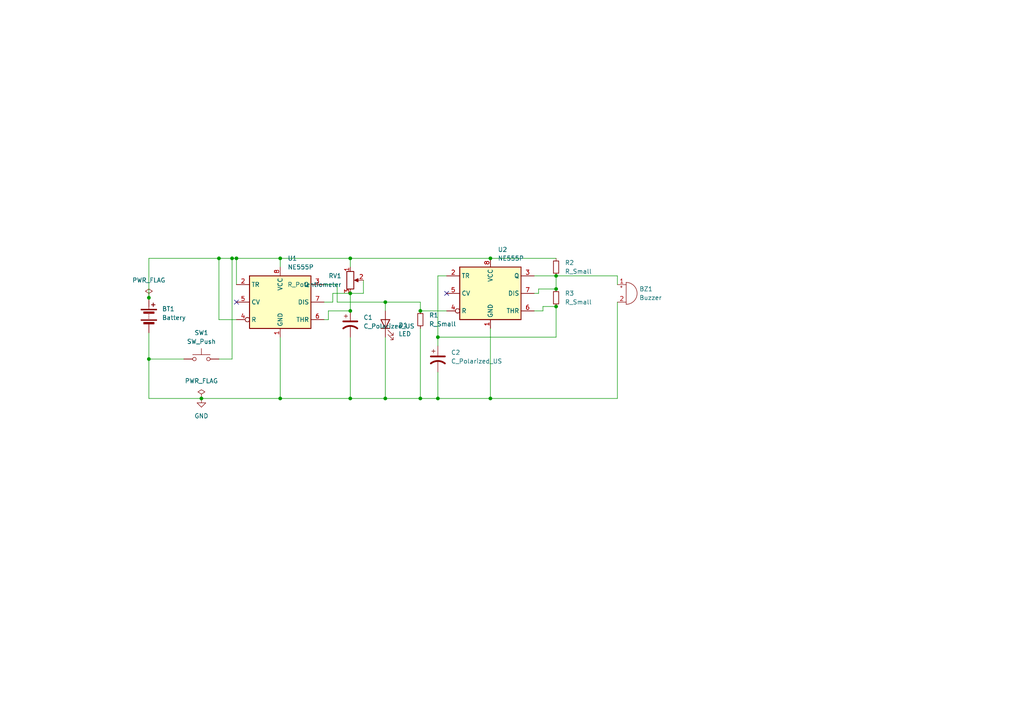
<source format=kicad_sch>
(kicad_sch
	(version 20250114)
	(generator "eeschema")
	(generator_version "9.0")
	(uuid "24c40671-7e4c-4735-b8ee-0c7361793938")
	(paper "A4")
	(lib_symbols
		(symbol "Device:Battery"
			(pin_numbers
				(hide yes)
			)
			(pin_names
				(offset 0)
				(hide yes)
			)
			(exclude_from_sim no)
			(in_bom yes)
			(on_board yes)
			(property "Reference" "BT"
				(at 2.54 2.54 0)
				(effects
					(font
						(size 1.27 1.27)
					)
					(justify left)
				)
			)
			(property "Value" "Battery"
				(at 2.54 0 0)
				(effects
					(font
						(size 1.27 1.27)
					)
					(justify left)
				)
			)
			(property "Footprint" ""
				(at 0 1.524 90)
				(effects
					(font
						(size 1.27 1.27)
					)
					(hide yes)
				)
			)
			(property "Datasheet" "~"
				(at 0 1.524 90)
				(effects
					(font
						(size 1.27 1.27)
					)
					(hide yes)
				)
			)
			(property "Description" "Multiple-cell battery"
				(at 0 0 0)
				(effects
					(font
						(size 1.27 1.27)
					)
					(hide yes)
				)
			)
			(property "ki_keywords" "batt voltage-source cell"
				(at 0 0 0)
				(effects
					(font
						(size 1.27 1.27)
					)
					(hide yes)
				)
			)
			(symbol "Battery_0_1"
				(rectangle
					(start -2.286 1.778)
					(end 2.286 1.524)
					(stroke
						(width 0)
						(type default)
					)
					(fill
						(type outline)
					)
				)
				(rectangle
					(start -2.286 -1.27)
					(end 2.286 -1.524)
					(stroke
						(width 0)
						(type default)
					)
					(fill
						(type outline)
					)
				)
				(rectangle
					(start -1.524 1.016)
					(end 1.524 0.508)
					(stroke
						(width 0)
						(type default)
					)
					(fill
						(type outline)
					)
				)
				(rectangle
					(start -1.524 -2.032)
					(end 1.524 -2.54)
					(stroke
						(width 0)
						(type default)
					)
					(fill
						(type outline)
					)
				)
				(polyline
					(pts
						(xy 0 1.778) (xy 0 2.54)
					)
					(stroke
						(width 0)
						(type default)
					)
					(fill
						(type none)
					)
				)
				(polyline
					(pts
						(xy 0 0) (xy 0 0.254)
					)
					(stroke
						(width 0)
						(type default)
					)
					(fill
						(type none)
					)
				)
				(polyline
					(pts
						(xy 0 -0.508) (xy 0 -0.254)
					)
					(stroke
						(width 0)
						(type default)
					)
					(fill
						(type none)
					)
				)
				(polyline
					(pts
						(xy 0 -1.016) (xy 0 -0.762)
					)
					(stroke
						(width 0)
						(type default)
					)
					(fill
						(type none)
					)
				)
				(polyline
					(pts
						(xy 0.762 3.048) (xy 1.778 3.048)
					)
					(stroke
						(width 0.254)
						(type default)
					)
					(fill
						(type none)
					)
				)
				(polyline
					(pts
						(xy 1.27 3.556) (xy 1.27 2.54)
					)
					(stroke
						(width 0.254)
						(type default)
					)
					(fill
						(type none)
					)
				)
			)
			(symbol "Battery_1_1"
				(pin passive line
					(at 0 5.08 270)
					(length 2.54)
					(name "+"
						(effects
							(font
								(size 1.27 1.27)
							)
						)
					)
					(number "1"
						(effects
							(font
								(size 1.27 1.27)
							)
						)
					)
				)
				(pin passive line
					(at 0 -5.08 90)
					(length 2.54)
					(name "-"
						(effects
							(font
								(size 1.27 1.27)
							)
						)
					)
					(number "2"
						(effects
							(font
								(size 1.27 1.27)
							)
						)
					)
				)
			)
			(embedded_fonts no)
		)
		(symbol "Device:Buzzer"
			(pin_names
				(offset 0.0254)
				(hide yes)
			)
			(exclude_from_sim no)
			(in_bom yes)
			(on_board yes)
			(property "Reference" "BZ"
				(at 3.81 1.27 0)
				(effects
					(font
						(size 1.27 1.27)
					)
					(justify left)
				)
			)
			(property "Value" "Buzzer"
				(at 3.81 -1.27 0)
				(effects
					(font
						(size 1.27 1.27)
					)
					(justify left)
				)
			)
			(property "Footprint" ""
				(at -0.635 2.54 90)
				(effects
					(font
						(size 1.27 1.27)
					)
					(hide yes)
				)
			)
			(property "Datasheet" "~"
				(at -0.635 2.54 90)
				(effects
					(font
						(size 1.27 1.27)
					)
					(hide yes)
				)
			)
			(property "Description" "Buzzer, polarized"
				(at 0 0 0)
				(effects
					(font
						(size 1.27 1.27)
					)
					(hide yes)
				)
			)
			(property "ki_keywords" "quartz resonator ceramic"
				(at 0 0 0)
				(effects
					(font
						(size 1.27 1.27)
					)
					(hide yes)
				)
			)
			(property "ki_fp_filters" "*Buzzer*"
				(at 0 0 0)
				(effects
					(font
						(size 1.27 1.27)
					)
					(hide yes)
				)
			)
			(symbol "Buzzer_0_1"
				(polyline
					(pts
						(xy -1.651 1.905) (xy -1.143 1.905)
					)
					(stroke
						(width 0)
						(type default)
					)
					(fill
						(type none)
					)
				)
				(polyline
					(pts
						(xy -1.397 2.159) (xy -1.397 1.651)
					)
					(stroke
						(width 0)
						(type default)
					)
					(fill
						(type none)
					)
				)
				(arc
					(start 0 3.175)
					(mid 3.1612 0)
					(end 0 -3.175)
					(stroke
						(width 0)
						(type default)
					)
					(fill
						(type none)
					)
				)
				(polyline
					(pts
						(xy 0 3.175) (xy 0 -3.175)
					)
					(stroke
						(width 0)
						(type default)
					)
					(fill
						(type none)
					)
				)
			)
			(symbol "Buzzer_1_1"
				(pin passive line
					(at -2.54 2.54 0)
					(length 2.54)
					(name "+"
						(effects
							(font
								(size 1.27 1.27)
							)
						)
					)
					(number "1"
						(effects
							(font
								(size 1.27 1.27)
							)
						)
					)
				)
				(pin passive line
					(at -2.54 -2.54 0)
					(length 2.54)
					(name "-"
						(effects
							(font
								(size 1.27 1.27)
							)
						)
					)
					(number "2"
						(effects
							(font
								(size 1.27 1.27)
							)
						)
					)
				)
			)
			(embedded_fonts no)
		)
		(symbol "Device:C_Polarized_US"
			(pin_numbers
				(hide yes)
			)
			(pin_names
				(offset 0.254)
				(hide yes)
			)
			(exclude_from_sim no)
			(in_bom yes)
			(on_board yes)
			(property "Reference" "C"
				(at 0.635 2.54 0)
				(effects
					(font
						(size 1.27 1.27)
					)
					(justify left)
				)
			)
			(property "Value" "C_Polarized_US"
				(at 0.635 -2.54 0)
				(effects
					(font
						(size 1.27 1.27)
					)
					(justify left)
				)
			)
			(property "Footprint" ""
				(at 0 0 0)
				(effects
					(font
						(size 1.27 1.27)
					)
					(hide yes)
				)
			)
			(property "Datasheet" "~"
				(at 0 0 0)
				(effects
					(font
						(size 1.27 1.27)
					)
					(hide yes)
				)
			)
			(property "Description" "Polarized capacitor, US symbol"
				(at 0 0 0)
				(effects
					(font
						(size 1.27 1.27)
					)
					(hide yes)
				)
			)
			(property "ki_keywords" "cap capacitor"
				(at 0 0 0)
				(effects
					(font
						(size 1.27 1.27)
					)
					(hide yes)
				)
			)
			(property "ki_fp_filters" "CP_*"
				(at 0 0 0)
				(effects
					(font
						(size 1.27 1.27)
					)
					(hide yes)
				)
			)
			(symbol "C_Polarized_US_0_1"
				(polyline
					(pts
						(xy -2.032 0.762) (xy 2.032 0.762)
					)
					(stroke
						(width 0.508)
						(type default)
					)
					(fill
						(type none)
					)
				)
				(polyline
					(pts
						(xy -1.778 2.286) (xy -0.762 2.286)
					)
					(stroke
						(width 0)
						(type default)
					)
					(fill
						(type none)
					)
				)
				(polyline
					(pts
						(xy -1.27 1.778) (xy -1.27 2.794)
					)
					(stroke
						(width 0)
						(type default)
					)
					(fill
						(type none)
					)
				)
				(arc
					(start -2.032 -1.27)
					(mid 0 -0.5572)
					(end 2.032 -1.27)
					(stroke
						(width 0.508)
						(type default)
					)
					(fill
						(type none)
					)
				)
			)
			(symbol "C_Polarized_US_1_1"
				(pin passive line
					(at 0 3.81 270)
					(length 2.794)
					(name "~"
						(effects
							(font
								(size 1.27 1.27)
							)
						)
					)
					(number "1"
						(effects
							(font
								(size 1.27 1.27)
							)
						)
					)
				)
				(pin passive line
					(at 0 -3.81 90)
					(length 3.302)
					(name "~"
						(effects
							(font
								(size 1.27 1.27)
							)
						)
					)
					(number "2"
						(effects
							(font
								(size 1.27 1.27)
							)
						)
					)
				)
			)
			(embedded_fonts no)
		)
		(symbol "Device:LED"
			(pin_numbers
				(hide yes)
			)
			(pin_names
				(offset 1.016)
				(hide yes)
			)
			(exclude_from_sim no)
			(in_bom yes)
			(on_board yes)
			(property "Reference" "D"
				(at 0 2.54 0)
				(effects
					(font
						(size 1.27 1.27)
					)
				)
			)
			(property "Value" "LED"
				(at 0 -2.54 0)
				(effects
					(font
						(size 1.27 1.27)
					)
				)
			)
			(property "Footprint" ""
				(at 0 0 0)
				(effects
					(font
						(size 1.27 1.27)
					)
					(hide yes)
				)
			)
			(property "Datasheet" "~"
				(at 0 0 0)
				(effects
					(font
						(size 1.27 1.27)
					)
					(hide yes)
				)
			)
			(property "Description" "Light emitting diode"
				(at 0 0 0)
				(effects
					(font
						(size 1.27 1.27)
					)
					(hide yes)
				)
			)
			(property "Sim.Pins" "1=K 2=A"
				(at 0 0 0)
				(effects
					(font
						(size 1.27 1.27)
					)
					(hide yes)
				)
			)
			(property "ki_keywords" "LED diode"
				(at 0 0 0)
				(effects
					(font
						(size 1.27 1.27)
					)
					(hide yes)
				)
			)
			(property "ki_fp_filters" "LED* LED_SMD:* LED_THT:*"
				(at 0 0 0)
				(effects
					(font
						(size 1.27 1.27)
					)
					(hide yes)
				)
			)
			(symbol "LED_0_1"
				(polyline
					(pts
						(xy -3.048 -0.762) (xy -4.572 -2.286) (xy -3.81 -2.286) (xy -4.572 -2.286) (xy -4.572 -1.524)
					)
					(stroke
						(width 0)
						(type default)
					)
					(fill
						(type none)
					)
				)
				(polyline
					(pts
						(xy -1.778 -0.762) (xy -3.302 -2.286) (xy -2.54 -2.286) (xy -3.302 -2.286) (xy -3.302 -1.524)
					)
					(stroke
						(width 0)
						(type default)
					)
					(fill
						(type none)
					)
				)
				(polyline
					(pts
						(xy -1.27 0) (xy 1.27 0)
					)
					(stroke
						(width 0)
						(type default)
					)
					(fill
						(type none)
					)
				)
				(polyline
					(pts
						(xy -1.27 -1.27) (xy -1.27 1.27)
					)
					(stroke
						(width 0.254)
						(type default)
					)
					(fill
						(type none)
					)
				)
				(polyline
					(pts
						(xy 1.27 -1.27) (xy 1.27 1.27) (xy -1.27 0) (xy 1.27 -1.27)
					)
					(stroke
						(width 0.254)
						(type default)
					)
					(fill
						(type none)
					)
				)
			)
			(symbol "LED_1_1"
				(pin passive line
					(at -3.81 0 0)
					(length 2.54)
					(name "K"
						(effects
							(font
								(size 1.27 1.27)
							)
						)
					)
					(number "1"
						(effects
							(font
								(size 1.27 1.27)
							)
						)
					)
				)
				(pin passive line
					(at 3.81 0 180)
					(length 2.54)
					(name "A"
						(effects
							(font
								(size 1.27 1.27)
							)
						)
					)
					(number "2"
						(effects
							(font
								(size 1.27 1.27)
							)
						)
					)
				)
			)
			(embedded_fonts no)
		)
		(symbol "Device:R_Potentiometer"
			(pin_names
				(offset 1.016)
				(hide yes)
			)
			(exclude_from_sim no)
			(in_bom yes)
			(on_board yes)
			(property "Reference" "RV"
				(at -4.445 0 90)
				(effects
					(font
						(size 1.27 1.27)
					)
				)
			)
			(property "Value" "R_Potentiometer"
				(at -2.54 0 90)
				(effects
					(font
						(size 1.27 1.27)
					)
				)
			)
			(property "Footprint" ""
				(at 0 0 0)
				(effects
					(font
						(size 1.27 1.27)
					)
					(hide yes)
				)
			)
			(property "Datasheet" "~"
				(at 0 0 0)
				(effects
					(font
						(size 1.27 1.27)
					)
					(hide yes)
				)
			)
			(property "Description" "Potentiometer"
				(at 0 0 0)
				(effects
					(font
						(size 1.27 1.27)
					)
					(hide yes)
				)
			)
			(property "ki_keywords" "resistor variable"
				(at 0 0 0)
				(effects
					(font
						(size 1.27 1.27)
					)
					(hide yes)
				)
			)
			(property "ki_fp_filters" "Potentiometer*"
				(at 0 0 0)
				(effects
					(font
						(size 1.27 1.27)
					)
					(hide yes)
				)
			)
			(symbol "R_Potentiometer_0_1"
				(rectangle
					(start 1.016 2.54)
					(end -1.016 -2.54)
					(stroke
						(width 0.254)
						(type default)
					)
					(fill
						(type none)
					)
				)
				(polyline
					(pts
						(xy 1.143 0) (xy 2.286 0.508) (xy 2.286 -0.508) (xy 1.143 0)
					)
					(stroke
						(width 0)
						(type default)
					)
					(fill
						(type outline)
					)
				)
				(polyline
					(pts
						(xy 2.54 0) (xy 1.524 0)
					)
					(stroke
						(width 0)
						(type default)
					)
					(fill
						(type none)
					)
				)
			)
			(symbol "R_Potentiometer_1_1"
				(pin passive line
					(at 0 3.81 270)
					(length 1.27)
					(name "1"
						(effects
							(font
								(size 1.27 1.27)
							)
						)
					)
					(number "1"
						(effects
							(font
								(size 1.27 1.27)
							)
						)
					)
				)
				(pin passive line
					(at 0 -3.81 90)
					(length 1.27)
					(name "3"
						(effects
							(font
								(size 1.27 1.27)
							)
						)
					)
					(number "3"
						(effects
							(font
								(size 1.27 1.27)
							)
						)
					)
				)
				(pin passive line
					(at 3.81 0 180)
					(length 1.27)
					(name "2"
						(effects
							(font
								(size 1.27 1.27)
							)
						)
					)
					(number "2"
						(effects
							(font
								(size 1.27 1.27)
							)
						)
					)
				)
			)
			(embedded_fonts no)
		)
		(symbol "Device:R_Small"
			(pin_numbers
				(hide yes)
			)
			(pin_names
				(offset 0.254)
				(hide yes)
			)
			(exclude_from_sim no)
			(in_bom yes)
			(on_board yes)
			(property "Reference" "R"
				(at 0.762 0.508 0)
				(effects
					(font
						(size 1.27 1.27)
					)
					(justify left)
				)
			)
			(property "Value" "R_Small"
				(at 0.762 -1.016 0)
				(effects
					(font
						(size 1.27 1.27)
					)
					(justify left)
				)
			)
			(property "Footprint" ""
				(at 0 0 0)
				(effects
					(font
						(size 1.27 1.27)
					)
					(hide yes)
				)
			)
			(property "Datasheet" "~"
				(at 0 0 0)
				(effects
					(font
						(size 1.27 1.27)
					)
					(hide yes)
				)
			)
			(property "Description" "Resistor, small symbol"
				(at 0 0 0)
				(effects
					(font
						(size 1.27 1.27)
					)
					(hide yes)
				)
			)
			(property "ki_keywords" "R resistor"
				(at 0 0 0)
				(effects
					(font
						(size 1.27 1.27)
					)
					(hide yes)
				)
			)
			(property "ki_fp_filters" "R_*"
				(at 0 0 0)
				(effects
					(font
						(size 1.27 1.27)
					)
					(hide yes)
				)
			)
			(symbol "R_Small_0_1"
				(rectangle
					(start -0.762 1.778)
					(end 0.762 -1.778)
					(stroke
						(width 0.2032)
						(type default)
					)
					(fill
						(type none)
					)
				)
			)
			(symbol "R_Small_1_1"
				(pin passive line
					(at 0 2.54 270)
					(length 0.762)
					(name "~"
						(effects
							(font
								(size 1.27 1.27)
							)
						)
					)
					(number "1"
						(effects
							(font
								(size 1.27 1.27)
							)
						)
					)
				)
				(pin passive line
					(at 0 -2.54 90)
					(length 0.762)
					(name "~"
						(effects
							(font
								(size 1.27 1.27)
							)
						)
					)
					(number "2"
						(effects
							(font
								(size 1.27 1.27)
							)
						)
					)
				)
			)
			(embedded_fonts no)
		)
		(symbol "Switch:SW_Push"
			(pin_numbers
				(hide yes)
			)
			(pin_names
				(offset 1.016)
				(hide yes)
			)
			(exclude_from_sim no)
			(in_bom yes)
			(on_board yes)
			(property "Reference" "SW"
				(at 1.27 2.54 0)
				(effects
					(font
						(size 1.27 1.27)
					)
					(justify left)
				)
			)
			(property "Value" "SW_Push"
				(at 0 -1.524 0)
				(effects
					(font
						(size 1.27 1.27)
					)
				)
			)
			(property "Footprint" ""
				(at 0 5.08 0)
				(effects
					(font
						(size 1.27 1.27)
					)
					(hide yes)
				)
			)
			(property "Datasheet" "~"
				(at 0 5.08 0)
				(effects
					(font
						(size 1.27 1.27)
					)
					(hide yes)
				)
			)
			(property "Description" "Push button switch, generic, two pins"
				(at 0 0 0)
				(effects
					(font
						(size 1.27 1.27)
					)
					(hide yes)
				)
			)
			(property "ki_keywords" "switch normally-open pushbutton push-button"
				(at 0 0 0)
				(effects
					(font
						(size 1.27 1.27)
					)
					(hide yes)
				)
			)
			(symbol "SW_Push_0_1"
				(circle
					(center -2.032 0)
					(radius 0.508)
					(stroke
						(width 0)
						(type default)
					)
					(fill
						(type none)
					)
				)
				(polyline
					(pts
						(xy 0 1.27) (xy 0 3.048)
					)
					(stroke
						(width 0)
						(type default)
					)
					(fill
						(type none)
					)
				)
				(circle
					(center 2.032 0)
					(radius 0.508)
					(stroke
						(width 0)
						(type default)
					)
					(fill
						(type none)
					)
				)
				(polyline
					(pts
						(xy 2.54 1.27) (xy -2.54 1.27)
					)
					(stroke
						(width 0)
						(type default)
					)
					(fill
						(type none)
					)
				)
				(pin passive line
					(at -5.08 0 0)
					(length 2.54)
					(name "1"
						(effects
							(font
								(size 1.27 1.27)
							)
						)
					)
					(number "1"
						(effects
							(font
								(size 1.27 1.27)
							)
						)
					)
				)
				(pin passive line
					(at 5.08 0 180)
					(length 2.54)
					(name "2"
						(effects
							(font
								(size 1.27 1.27)
							)
						)
					)
					(number "2"
						(effects
							(font
								(size 1.27 1.27)
							)
						)
					)
				)
			)
			(embedded_fonts no)
		)
		(symbol "Timer:NE555P"
			(exclude_from_sim no)
			(in_bom yes)
			(on_board yes)
			(property "Reference" "U"
				(at -10.16 8.89 0)
				(effects
					(font
						(size 1.27 1.27)
					)
					(justify left)
				)
			)
			(property "Value" "NE555P"
				(at 2.54 8.89 0)
				(effects
					(font
						(size 1.27 1.27)
					)
					(justify left)
				)
			)
			(property "Footprint" "Package_DIP:DIP-8_W7.62mm"
				(at 16.51 -10.16 0)
				(effects
					(font
						(size 1.27 1.27)
					)
					(hide yes)
				)
			)
			(property "Datasheet" "http://www.ti.com/lit/ds/symlink/ne555.pdf"
				(at 21.59 -10.16 0)
				(effects
					(font
						(size 1.27 1.27)
					)
					(hide yes)
				)
			)
			(property "Description" "Precision Timers, 555 compatible,  PDIP-8"
				(at 0 0 0)
				(effects
					(font
						(size 1.27 1.27)
					)
					(hide yes)
				)
			)
			(property "ki_keywords" "single timer 555"
				(at 0 0 0)
				(effects
					(font
						(size 1.27 1.27)
					)
					(hide yes)
				)
			)
			(property "ki_fp_filters" "DIP*W7.62mm*"
				(at 0 0 0)
				(effects
					(font
						(size 1.27 1.27)
					)
					(hide yes)
				)
			)
			(symbol "NE555P_0_0"
				(pin power_in line
					(at 0 10.16 270)
					(length 2.54)
					(name "VCC"
						(effects
							(font
								(size 1.27 1.27)
							)
						)
					)
					(number "8"
						(effects
							(font
								(size 1.27 1.27)
							)
						)
					)
				)
				(pin power_in line
					(at 0 -10.16 90)
					(length 2.54)
					(name "GND"
						(effects
							(font
								(size 1.27 1.27)
							)
						)
					)
					(number "1"
						(effects
							(font
								(size 1.27 1.27)
							)
						)
					)
				)
			)
			(symbol "NE555P_0_1"
				(rectangle
					(start -8.89 -7.62)
					(end 8.89 7.62)
					(stroke
						(width 0.254)
						(type default)
					)
					(fill
						(type background)
					)
				)
				(rectangle
					(start -8.89 -7.62)
					(end 8.89 7.62)
					(stroke
						(width 0.254)
						(type default)
					)
					(fill
						(type background)
					)
				)
			)
			(symbol "NE555P_1_1"
				(pin input line
					(at -12.7 5.08 0)
					(length 3.81)
					(name "TR"
						(effects
							(font
								(size 1.27 1.27)
							)
						)
					)
					(number "2"
						(effects
							(font
								(size 1.27 1.27)
							)
						)
					)
				)
				(pin input line
					(at -12.7 0 0)
					(length 3.81)
					(name "CV"
						(effects
							(font
								(size 1.27 1.27)
							)
						)
					)
					(number "5"
						(effects
							(font
								(size 1.27 1.27)
							)
						)
					)
				)
				(pin input inverted
					(at -12.7 -5.08 0)
					(length 3.81)
					(name "R"
						(effects
							(font
								(size 1.27 1.27)
							)
						)
					)
					(number "4"
						(effects
							(font
								(size 1.27 1.27)
							)
						)
					)
				)
				(pin output line
					(at 12.7 5.08 180)
					(length 3.81)
					(name "Q"
						(effects
							(font
								(size 1.27 1.27)
							)
						)
					)
					(number "3"
						(effects
							(font
								(size 1.27 1.27)
							)
						)
					)
				)
				(pin input line
					(at 12.7 0 180)
					(length 3.81)
					(name "DIS"
						(effects
							(font
								(size 1.27 1.27)
							)
						)
					)
					(number "7"
						(effects
							(font
								(size 1.27 1.27)
							)
						)
					)
				)
				(pin input line
					(at 12.7 -5.08 180)
					(length 3.81)
					(name "THR"
						(effects
							(font
								(size 1.27 1.27)
							)
						)
					)
					(number "6"
						(effects
							(font
								(size 1.27 1.27)
							)
						)
					)
				)
			)
			(embedded_fonts no)
		)
		(symbol "power:GND"
			(power)
			(pin_numbers
				(hide yes)
			)
			(pin_names
				(offset 0)
				(hide yes)
			)
			(exclude_from_sim no)
			(in_bom yes)
			(on_board yes)
			(property "Reference" "#PWR"
				(at 0 -6.35 0)
				(effects
					(font
						(size 1.27 1.27)
					)
					(hide yes)
				)
			)
			(property "Value" "GND"
				(at 0 -3.81 0)
				(effects
					(font
						(size 1.27 1.27)
					)
				)
			)
			(property "Footprint" ""
				(at 0 0 0)
				(effects
					(font
						(size 1.27 1.27)
					)
					(hide yes)
				)
			)
			(property "Datasheet" ""
				(at 0 0 0)
				(effects
					(font
						(size 1.27 1.27)
					)
					(hide yes)
				)
			)
			(property "Description" "Power symbol creates a global label with name \"GND\" , ground"
				(at 0 0 0)
				(effects
					(font
						(size 1.27 1.27)
					)
					(hide yes)
				)
			)
			(property "ki_keywords" "global power"
				(at 0 0 0)
				(effects
					(font
						(size 1.27 1.27)
					)
					(hide yes)
				)
			)
			(symbol "GND_0_1"
				(polyline
					(pts
						(xy 0 0) (xy 0 -1.27) (xy 1.27 -1.27) (xy 0 -2.54) (xy -1.27 -1.27) (xy 0 -1.27)
					)
					(stroke
						(width 0)
						(type default)
					)
					(fill
						(type none)
					)
				)
			)
			(symbol "GND_1_1"
				(pin power_in line
					(at 0 0 270)
					(length 0)
					(name "~"
						(effects
							(font
								(size 1.27 1.27)
							)
						)
					)
					(number "1"
						(effects
							(font
								(size 1.27 1.27)
							)
						)
					)
				)
			)
			(embedded_fonts no)
		)
		(symbol "power:PWR_FLAG"
			(power)
			(pin_numbers
				(hide yes)
			)
			(pin_names
				(offset 0)
				(hide yes)
			)
			(exclude_from_sim no)
			(in_bom yes)
			(on_board yes)
			(property "Reference" "#FLG"
				(at 0 1.905 0)
				(effects
					(font
						(size 1.27 1.27)
					)
					(hide yes)
				)
			)
			(property "Value" "PWR_FLAG"
				(at 0 3.81 0)
				(effects
					(font
						(size 1.27 1.27)
					)
				)
			)
			(property "Footprint" ""
				(at 0 0 0)
				(effects
					(font
						(size 1.27 1.27)
					)
					(hide yes)
				)
			)
			(property "Datasheet" "~"
				(at 0 0 0)
				(effects
					(font
						(size 1.27 1.27)
					)
					(hide yes)
				)
			)
			(property "Description" "Special symbol for telling ERC where power comes from"
				(at 0 0 0)
				(effects
					(font
						(size 1.27 1.27)
					)
					(hide yes)
				)
			)
			(property "ki_keywords" "flag power"
				(at 0 0 0)
				(effects
					(font
						(size 1.27 1.27)
					)
					(hide yes)
				)
			)
			(symbol "PWR_FLAG_0_0"
				(pin power_out line
					(at 0 0 90)
					(length 0)
					(name "~"
						(effects
							(font
								(size 1.27 1.27)
							)
						)
					)
					(number "1"
						(effects
							(font
								(size 1.27 1.27)
							)
						)
					)
				)
			)
			(symbol "PWR_FLAG_0_1"
				(polyline
					(pts
						(xy 0 0) (xy 0 1.27) (xy -1.016 1.905) (xy 0 2.54) (xy 1.016 1.905) (xy 0 1.27)
					)
					(stroke
						(width 0)
						(type default)
					)
					(fill
						(type none)
					)
				)
			)
			(embedded_fonts no)
		)
	)
	(junction
		(at 142.24 74.93)
		(diameter 0)
		(color 0 0 0 0)
		(uuid "02e184a0-6c49-4596-8c93-ab8d50c8646c")
	)
	(junction
		(at 127 97.79)
		(diameter 0)
		(color 0 0 0 0)
		(uuid "19f7250b-a882-4290-9e75-a161c0989783")
	)
	(junction
		(at 142.24 115.57)
		(diameter 0)
		(color 0 0 0 0)
		(uuid "25f573f2-2945-4d8a-9244-38b1d6aca6a2")
	)
	(junction
		(at 101.6 85.09)
		(diameter 0)
		(color 0 0 0 0)
		(uuid "2904d7bd-97bf-4033-9bb4-68c659a7cf43")
	)
	(junction
		(at 101.6 115.57)
		(diameter 0)
		(color 0 0 0 0)
		(uuid "3785e301-b602-480a-ae32-d5c59621b1e0")
	)
	(junction
		(at 161.29 88.9)
		(diameter 0)
		(color 0 0 0 0)
		(uuid "45e9977d-8e63-446b-bff3-da853679c101")
	)
	(junction
		(at 101.6 74.93)
		(diameter 0)
		(color 0 0 0 0)
		(uuid "55255c55-d286-4763-8ebb-932d9accab9c")
	)
	(junction
		(at 127 115.57)
		(diameter 0)
		(color 0 0 0 0)
		(uuid "5cafe716-5ea3-4758-ab25-b60f8a8550d9")
	)
	(junction
		(at 111.76 115.57)
		(diameter 0)
		(color 0 0 0 0)
		(uuid "6c1bb2cd-94c9-41c9-9388-d85f5363ff7d")
	)
	(junction
		(at 43.18 104.14)
		(diameter 0)
		(color 0 0 0 0)
		(uuid "790eadd4-af5f-4938-b646-1dc0b185506a")
	)
	(junction
		(at 68.58 74.93)
		(diameter 0)
		(color 0 0 0 0)
		(uuid "971dde7b-e2e8-4c29-9e5f-4d5f6cb5a5cc")
	)
	(junction
		(at 111.76 87.63)
		(diameter 0)
		(color 0 0 0 0)
		(uuid "9d522ae6-070c-4d56-9325-88e444ff1429")
	)
	(junction
		(at 161.29 80.01)
		(diameter 0)
		(color 0 0 0 0)
		(uuid "ac71e8b1-2b0f-42db-a7f1-33d43839b0e5")
	)
	(junction
		(at 121.92 90.17)
		(diameter 0)
		(color 0 0 0 0)
		(uuid "b00195ba-ce62-4686-adc9-673d1e972305")
	)
	(junction
		(at 121.92 115.57)
		(diameter 0)
		(color 0 0 0 0)
		(uuid "b81d2d21-e8bb-4508-b5a4-41a8b6fa18d0")
	)
	(junction
		(at 67.31 74.93)
		(diameter 0)
		(color 0 0 0 0)
		(uuid "b8441cc9-ebae-4ac8-bbd4-e40133b699ba")
	)
	(junction
		(at 58.42 115.57)
		(diameter 0)
		(color 0 0 0 0)
		(uuid "d71acd84-4f60-404c-9185-0746b657c69b")
	)
	(junction
		(at 101.6 90.17)
		(diameter 0)
		(color 0 0 0 0)
		(uuid "d9d7c034-8971-4aca-b8c2-ec9c789e4673")
	)
	(junction
		(at 81.28 74.93)
		(diameter 0)
		(color 0 0 0 0)
		(uuid "d9de5c6b-0f14-4e01-9b40-7afdeb3ddf80")
	)
	(junction
		(at 161.29 83.82)
		(diameter 0)
		(color 0 0 0 0)
		(uuid "e31bbd72-0b5a-4df3-8ec7-4c49cff7ec5b")
	)
	(junction
		(at 43.18 86.36)
		(diameter 0)
		(color 0 0 0 0)
		(uuid "f8069454-1a4d-494b-a630-b4814b114598")
	)
	(junction
		(at 63.5 74.93)
		(diameter 0)
		(color 0 0 0 0)
		(uuid "f88c3f6e-220e-4148-89ea-2ac5f393ffc1")
	)
	(junction
		(at 81.28 115.57)
		(diameter 0)
		(color 0 0 0 0)
		(uuid "fd290adb-aa7e-445b-8e72-2b8b67975878")
	)
	(no_connect
		(at 129.54 85.09)
		(uuid "b7ab3fb5-b568-4220-899e-fb9bafec93e1")
	)
	(no_connect
		(at 68.58 87.63)
		(uuid "c733a558-7e9f-4bf7-b4ec-2dd4a9a34c22")
	)
	(wire
		(pts
			(xy 127 97.79) (xy 161.29 97.79)
		)
		(stroke
			(width 0)
			(type default)
		)
		(uuid "024e674c-1108-4497-a5d8-d10f04ad9dd8")
	)
	(wire
		(pts
			(xy 127 107.95) (xy 127 115.57)
		)
		(stroke
			(width 0)
			(type default)
		)
		(uuid "044f30e6-95a9-4ea2-9c73-114a38d13c20")
	)
	(wire
		(pts
			(xy 157.48 90.17) (xy 157.48 88.9)
		)
		(stroke
			(width 0)
			(type default)
		)
		(uuid "06ca9a8b-3a36-4898-93e5-4e59966b4880")
	)
	(wire
		(pts
			(xy 111.76 87.63) (xy 111.76 90.17)
		)
		(stroke
			(width 0)
			(type default)
		)
		(uuid "0d8a2c1d-d50c-440d-a057-ba055e691494")
	)
	(wire
		(pts
			(xy 101.6 85.09) (xy 101.6 90.17)
		)
		(stroke
			(width 0)
			(type default)
		)
		(uuid "12d0d06d-2be2-4ffc-8e65-eb6523e7ac5d")
	)
	(wire
		(pts
			(xy 58.42 115.57) (xy 81.28 115.57)
		)
		(stroke
			(width 0)
			(type default)
		)
		(uuid "130229ae-1e2e-4735-9ebb-9a8a7a7da284")
	)
	(wire
		(pts
			(xy 129.54 80.01) (xy 127 80.01)
		)
		(stroke
			(width 0)
			(type default)
		)
		(uuid "1789b175-abcd-46e1-9b8b-46c6e6568c65")
	)
	(wire
		(pts
			(xy 97.79 87.63) (xy 111.76 87.63)
		)
		(stroke
			(width 0)
			(type default)
		)
		(uuid "1a3e4d42-78e1-48ee-82ca-5e072fb07d22")
	)
	(wire
		(pts
			(xy 68.58 82.55) (xy 68.58 74.93)
		)
		(stroke
			(width 0)
			(type default)
		)
		(uuid "1d1aabfc-f271-48ac-ad0a-7e3af0a843d1")
	)
	(wire
		(pts
			(xy 93.98 87.63) (xy 96.52 87.63)
		)
		(stroke
			(width 0)
			(type default)
		)
		(uuid "1fb8497d-795f-463c-8338-9d1ef303e95f")
	)
	(wire
		(pts
			(xy 95.25 92.71) (xy 95.25 90.17)
		)
		(stroke
			(width 0)
			(type default)
		)
		(uuid "241abea1-4195-477f-b8a9-94260bcfbb80")
	)
	(wire
		(pts
			(xy 179.07 87.63) (xy 179.07 115.57)
		)
		(stroke
			(width 0)
			(type default)
		)
		(uuid "2843ee32-48c2-473b-bc6e-e4780f0614e0")
	)
	(wire
		(pts
			(xy 97.79 82.55) (xy 97.79 87.63)
		)
		(stroke
			(width 0)
			(type default)
		)
		(uuid "397d266a-eec7-4fda-8184-3ec617ba5a4e")
	)
	(wire
		(pts
			(xy 81.28 77.47) (xy 81.28 74.93)
		)
		(stroke
			(width 0)
			(type default)
		)
		(uuid "3a579791-7bae-4f4b-bcd0-a3278d2d9a64")
	)
	(wire
		(pts
			(xy 111.76 115.57) (xy 121.92 115.57)
		)
		(stroke
			(width 0)
			(type default)
		)
		(uuid "410a2df8-50c6-4a10-90fe-1ec99322b257")
	)
	(wire
		(pts
			(xy 161.29 80.01) (xy 179.07 80.01)
		)
		(stroke
			(width 0)
			(type default)
		)
		(uuid "41a3b0f3-3819-4dc2-8b1d-cba648ca5e71")
	)
	(wire
		(pts
			(xy 81.28 97.79) (xy 81.28 115.57)
		)
		(stroke
			(width 0)
			(type default)
		)
		(uuid "4d93e468-6ec7-4ca5-b73c-ea0e6704ba9c")
	)
	(wire
		(pts
			(xy 121.92 87.63) (xy 121.92 90.17)
		)
		(stroke
			(width 0)
			(type default)
		)
		(uuid "50a990ae-2dee-4213-8959-aa383ae39177")
	)
	(wire
		(pts
			(xy 63.5 74.93) (xy 63.5 92.71)
		)
		(stroke
			(width 0)
			(type default)
		)
		(uuid "516ee1e1-4c1b-4e6b-8d0f-535db5567aab")
	)
	(wire
		(pts
			(xy 101.6 85.09) (xy 105.41 85.09)
		)
		(stroke
			(width 0)
			(type default)
		)
		(uuid "5a6d8389-7b2c-4b0e-841a-ba7c42363a0d")
	)
	(wire
		(pts
			(xy 161.29 88.9) (xy 161.29 97.79)
		)
		(stroke
			(width 0)
			(type default)
		)
		(uuid "62aa8a89-f6b8-4b56-ba9a-e43fb0326fa0")
	)
	(wire
		(pts
			(xy 101.6 74.93) (xy 142.24 74.93)
		)
		(stroke
			(width 0)
			(type default)
		)
		(uuid "6c32d742-785b-4a37-ae1c-7dcd42f9a7e2")
	)
	(wire
		(pts
			(xy 81.28 74.93) (xy 101.6 74.93)
		)
		(stroke
			(width 0)
			(type default)
		)
		(uuid "6cbd057f-fff4-49db-96b5-bf34c3efdb8d")
	)
	(wire
		(pts
			(xy 68.58 92.71) (xy 63.5 92.71)
		)
		(stroke
			(width 0)
			(type default)
		)
		(uuid "6d40b099-e11d-4296-bfdf-4c9fc49270c1")
	)
	(wire
		(pts
			(xy 67.31 74.93) (xy 68.58 74.93)
		)
		(stroke
			(width 0)
			(type default)
		)
		(uuid "7bcf548f-70cd-43d6-ab06-4c64d0ccd94c")
	)
	(wire
		(pts
			(xy 111.76 97.79) (xy 111.76 115.57)
		)
		(stroke
			(width 0)
			(type default)
		)
		(uuid "816009a7-fa7f-4293-9cba-44f2e6439236")
	)
	(wire
		(pts
			(xy 156.21 83.82) (xy 161.29 83.82)
		)
		(stroke
			(width 0)
			(type default)
		)
		(uuid "850aaae8-f367-4bd4-90a0-5415c22ee9b5")
	)
	(wire
		(pts
			(xy 129.54 90.17) (xy 121.92 90.17)
		)
		(stroke
			(width 0)
			(type default)
		)
		(uuid "88bc8077-0676-4b25-aef2-4e313a12c4d6")
	)
	(wire
		(pts
			(xy 111.76 87.63) (xy 121.92 87.63)
		)
		(stroke
			(width 0)
			(type default)
		)
		(uuid "894f4ba4-a44f-4945-ba27-5ef619d2ecff")
	)
	(wire
		(pts
			(xy 127 80.01) (xy 127 97.79)
		)
		(stroke
			(width 0)
			(type default)
		)
		(uuid "901328b1-f7ae-4e6e-b139-92b13230036d")
	)
	(wire
		(pts
			(xy 43.18 74.93) (xy 63.5 74.93)
		)
		(stroke
			(width 0)
			(type default)
		)
		(uuid "9383fb37-94df-4fee-a6da-48f2c34bdb7d")
	)
	(wire
		(pts
			(xy 179.07 80.01) (xy 179.07 82.55)
		)
		(stroke
			(width 0)
			(type default)
		)
		(uuid "9645d057-4690-4c2b-9ac7-ec94e7a8f7ae")
	)
	(wire
		(pts
			(xy 96.52 87.63) (xy 96.52 85.09)
		)
		(stroke
			(width 0)
			(type default)
		)
		(uuid "99f662d2-45b7-438d-9a68-07c2ba773684")
	)
	(wire
		(pts
			(xy 63.5 74.93) (xy 67.31 74.93)
		)
		(stroke
			(width 0)
			(type default)
		)
		(uuid "9c2e9672-5302-4fac-8e56-df45f6c225d3")
	)
	(wire
		(pts
			(xy 101.6 97.79) (xy 101.6 115.57)
		)
		(stroke
			(width 0)
			(type default)
		)
		(uuid "9ceffc7e-80db-496d-aee3-a3b407713b1a")
	)
	(wire
		(pts
			(xy 156.21 85.09) (xy 156.21 83.82)
		)
		(stroke
			(width 0)
			(type default)
		)
		(uuid "9d9a572f-4e20-487c-99bb-a38823b3a0ac")
	)
	(wire
		(pts
			(xy 93.98 82.55) (xy 97.79 82.55)
		)
		(stroke
			(width 0)
			(type default)
		)
		(uuid "a00c03aa-8b8b-4612-a12c-8093f489ce67")
	)
	(wire
		(pts
			(xy 154.94 80.01) (xy 161.29 80.01)
		)
		(stroke
			(width 0)
			(type default)
		)
		(uuid "a136f08f-f4c3-4964-8592-af2bbfd31a9e")
	)
	(wire
		(pts
			(xy 127 97.79) (xy 127 100.33)
		)
		(stroke
			(width 0)
			(type default)
		)
		(uuid "a161a46b-f890-41c1-96c4-b07ebf8f3eca")
	)
	(wire
		(pts
			(xy 121.92 115.57) (xy 127 115.57)
		)
		(stroke
			(width 0)
			(type default)
		)
		(uuid "a2e59f64-d1eb-4c81-bc28-58478c76552b")
	)
	(wire
		(pts
			(xy 101.6 74.93) (xy 101.6 77.47)
		)
		(stroke
			(width 0)
			(type default)
		)
		(uuid "a7e71af5-e886-411a-af57-8843e8b1be44")
	)
	(wire
		(pts
			(xy 43.18 74.93) (xy 43.18 86.36)
		)
		(stroke
			(width 0)
			(type default)
		)
		(uuid "af0d7173-1632-46a9-9a93-bdacca57010a")
	)
	(wire
		(pts
			(xy 127 115.57) (xy 142.24 115.57)
		)
		(stroke
			(width 0)
			(type default)
		)
		(uuid "af7715e6-5fe9-44b1-9097-048a55b3b055")
	)
	(wire
		(pts
			(xy 67.31 74.93) (xy 67.31 104.14)
		)
		(stroke
			(width 0)
			(type default)
		)
		(uuid "b0514e0d-2118-4ed5-8cf5-836c4092faed")
	)
	(wire
		(pts
			(xy 95.25 90.17) (xy 101.6 90.17)
		)
		(stroke
			(width 0)
			(type default)
		)
		(uuid "b4146dfa-7fc9-4c88-b736-caff55f51ae5")
	)
	(wire
		(pts
			(xy 142.24 115.57) (xy 179.07 115.57)
		)
		(stroke
			(width 0)
			(type default)
		)
		(uuid "b8815950-449b-424d-a0c5-b58e1c507ebf")
	)
	(wire
		(pts
			(xy 142.24 95.25) (xy 142.24 115.57)
		)
		(stroke
			(width 0)
			(type default)
		)
		(uuid "bb2be119-58d4-44da-b260-c3037f62cd3e")
	)
	(wire
		(pts
			(xy 161.29 80.01) (xy 161.29 83.82)
		)
		(stroke
			(width 0)
			(type default)
		)
		(uuid "bd7e0009-070b-4850-b092-ffe7efd6f5eb")
	)
	(wire
		(pts
			(xy 96.52 85.09) (xy 101.6 85.09)
		)
		(stroke
			(width 0)
			(type default)
		)
		(uuid "bf3cf6e6-fc88-428d-a9db-3f426783bfdc")
	)
	(wire
		(pts
			(xy 43.18 104.14) (xy 53.34 104.14)
		)
		(stroke
			(width 0)
			(type default)
		)
		(uuid "c13520f5-c3d9-4d7d-a277-b3031aa08000")
	)
	(wire
		(pts
			(xy 43.18 96.52) (xy 43.18 104.14)
		)
		(stroke
			(width 0)
			(type default)
		)
		(uuid "cd0aca64-bca9-4f8c-b2de-7b3be1d9dd0b")
	)
	(wire
		(pts
			(xy 93.98 92.71) (xy 95.25 92.71)
		)
		(stroke
			(width 0)
			(type default)
		)
		(uuid "cdcf603a-97a5-4854-a92f-33383a80a326")
	)
	(wire
		(pts
			(xy 43.18 104.14) (xy 43.18 115.57)
		)
		(stroke
			(width 0)
			(type default)
		)
		(uuid "d0e75d94-524b-40c6-8562-510511d081a9")
	)
	(wire
		(pts
			(xy 121.92 95.25) (xy 121.92 115.57)
		)
		(stroke
			(width 0)
			(type default)
		)
		(uuid "d9475b8e-830a-4cae-90a3-543f243bbaf1")
	)
	(wire
		(pts
			(xy 68.58 74.93) (xy 81.28 74.93)
		)
		(stroke
			(width 0)
			(type default)
		)
		(uuid "dd34c17c-66a0-4ab5-903b-9179b6f5f74a")
	)
	(wire
		(pts
			(xy 67.31 104.14) (xy 63.5 104.14)
		)
		(stroke
			(width 0)
			(type default)
		)
		(uuid "e081d575-6efa-4743-b2d5-be65b6523b56")
	)
	(wire
		(pts
			(xy 101.6 115.57) (xy 111.76 115.57)
		)
		(stroke
			(width 0)
			(type default)
		)
		(uuid "eb347cd8-819d-4c1d-bebe-5837e73e1de5")
	)
	(wire
		(pts
			(xy 142.24 74.93) (xy 161.29 74.93)
		)
		(stroke
			(width 0)
			(type default)
		)
		(uuid "ec143734-e885-4359-9f4f-ef983280f221")
	)
	(wire
		(pts
			(xy 43.18 115.57) (xy 58.42 115.57)
		)
		(stroke
			(width 0)
			(type default)
		)
		(uuid "efea98bf-7614-45f2-886f-ed669afbcead")
	)
	(wire
		(pts
			(xy 157.48 88.9) (xy 161.29 88.9)
		)
		(stroke
			(width 0)
			(type default)
		)
		(uuid "f4b3cc06-cc0d-47ee-8d4c-5378e78dcbad")
	)
	(wire
		(pts
			(xy 154.94 90.17) (xy 157.48 90.17)
		)
		(stroke
			(width 0)
			(type default)
		)
		(uuid "f5a9b44b-1ac1-47f7-b339-2feead7e1288")
	)
	(wire
		(pts
			(xy 154.94 85.09) (xy 156.21 85.09)
		)
		(stroke
			(width 0)
			(type default)
		)
		(uuid "f8c6a14f-8d52-475f-a961-20a91c71bead")
	)
	(wire
		(pts
			(xy 81.28 115.57) (xy 101.6 115.57)
		)
		(stroke
			(width 0)
			(type default)
		)
		(uuid "f8e63b77-5199-4595-9e15-160d3ba373c5")
	)
	(wire
		(pts
			(xy 105.41 81.28) (xy 105.41 85.09)
		)
		(stroke
			(width 0)
			(type default)
		)
		(uuid "fcc0239a-e2aa-4be3-bf08-99a6ef3facf8")
	)
	(symbol
		(lib_id "Device:Buzzer")
		(at 181.61 85.09 0)
		(unit 1)
		(exclude_from_sim no)
		(in_bom yes)
		(on_board yes)
		(dnp no)
		(fields_autoplaced yes)
		(uuid "0f25a241-8954-4d0e-90fe-f4b15deb0bdc")
		(property "Reference" "BZ1"
			(at 185.42 83.8199 0)
			(effects
				(font
					(size 1.27 1.27)
				)
				(justify left)
			)
		)
		(property "Value" "Buzzer"
			(at 185.42 86.3599 0)
			(effects
				(font
					(size 1.27 1.27)
				)
				(justify left)
			)
		)
		(property "Footprint" "Buzzer_Beeper:Buzzer_15x7.5RM7.6"
			(at 180.975 82.55 90)
			(effects
				(font
					(size 1.27 1.27)
				)
				(hide yes)
			)
		)
		(property "Datasheet" "~"
			(at 180.975 82.55 90)
			(effects
				(font
					(size 1.27 1.27)
				)
				(hide yes)
			)
		)
		(property "Description" "Buzzer, polarized"
			(at 181.61 85.09 0)
			(effects
				(font
					(size 1.27 1.27)
				)
				(hide yes)
			)
		)
		(pin "1"
			(uuid "71662ac7-d9d1-4a9c-90d5-55db45d61c87")
		)
		(pin "2"
			(uuid "a709e5e1-e46c-4996-a939-c9db1db7a3f4")
		)
		(instances
			(project ""
				(path "/24c40671-7e4c-4735-b8ee-0c7361793938"
					(reference "BZ1")
					(unit 1)
				)
			)
		)
	)
	(symbol
		(lib_id "Device:R_Small")
		(at 161.29 77.47 0)
		(unit 1)
		(exclude_from_sim no)
		(in_bom yes)
		(on_board yes)
		(dnp no)
		(fields_autoplaced yes)
		(uuid "1a1813a7-91f7-47e8-a966-0603e1e9b9d4")
		(property "Reference" "R2"
			(at 163.83 76.1999 0)
			(effects
				(font
					(size 1.27 1.27)
				)
				(justify left)
			)
		)
		(property "Value" "R_Small"
			(at 163.83 78.7399 0)
			(effects
				(font
					(size 1.27 1.27)
				)
				(justify left)
			)
		)
		(property "Footprint" "OptoDevice:R_LDR_4.9x4.2mm_P2.54mm_Vertical"
			(at 161.29 77.47 0)
			(effects
				(font
					(size 1.27 1.27)
				)
				(hide yes)
			)
		)
		(property "Datasheet" "~"
			(at 161.29 77.47 0)
			(effects
				(font
					(size 1.27 1.27)
				)
				(hide yes)
			)
		)
		(property "Description" "Resistor, small symbol"
			(at 161.29 77.47 0)
			(effects
				(font
					(size 1.27 1.27)
				)
				(hide yes)
			)
		)
		(pin "2"
			(uuid "1ccaded9-fc1a-49e0-b6bb-7c4ba61ad9af")
		)
		(pin "1"
			(uuid "29b2d538-0ac5-43d1-aa1a-f71c798b8673")
		)
		(instances
			(project "pcb"
				(path "/24c40671-7e4c-4735-b8ee-0c7361793938"
					(reference "R2")
					(unit 1)
				)
			)
		)
	)
	(symbol
		(lib_id "Device:LED")
		(at 111.76 93.98 90)
		(unit 1)
		(exclude_from_sim no)
		(in_bom yes)
		(on_board yes)
		(dnp no)
		(fields_autoplaced yes)
		(uuid "263b0860-a74a-4e1b-935b-d11e66a111d9")
		(property "Reference" "D1"
			(at 115.57 94.2974 90)
			(effects
				(font
					(size 1.27 1.27)
				)
				(justify right)
			)
		)
		(property "Value" "LED"
			(at 115.57 96.8374 90)
			(effects
				(font
					(size 1.27 1.27)
				)
				(justify right)
			)
		)
		(property "Footprint" "LED_SMD:LED_0402_1005Metric_Pad0.77x0.64mm_HandSolder"
			(at 111.76 93.98 0)
			(effects
				(font
					(size 1.27 1.27)
				)
				(hide yes)
			)
		)
		(property "Datasheet" "~"
			(at 111.76 93.98 0)
			(effects
				(font
					(size 1.27 1.27)
				)
				(hide yes)
			)
		)
		(property "Description" "Light emitting diode"
			(at 111.76 93.98 0)
			(effects
				(font
					(size 1.27 1.27)
				)
				(hide yes)
			)
		)
		(property "Sim.Pins" "1=K 2=A"
			(at 111.76 93.98 0)
			(effects
				(font
					(size 1.27 1.27)
				)
				(hide yes)
			)
		)
		(pin "2"
			(uuid "ec43e587-45f7-48ff-a7bb-13d466948ee6")
		)
		(pin "1"
			(uuid "8c924585-b16b-4031-b6e1-69bec7cae2d9")
		)
		(instances
			(project ""
				(path "/24c40671-7e4c-4735-b8ee-0c7361793938"
					(reference "D1")
					(unit 1)
				)
			)
		)
	)
	(symbol
		(lib_id "Switch:SW_Push")
		(at 58.42 104.14 0)
		(unit 1)
		(exclude_from_sim no)
		(in_bom yes)
		(on_board yes)
		(dnp no)
		(fields_autoplaced yes)
		(uuid "33f20f7f-0015-47ba-8224-90bfa48c4bbc")
		(property "Reference" "SW1"
			(at 58.42 96.52 0)
			(effects
				(font
					(size 1.27 1.27)
				)
			)
		)
		(property "Value" "SW_Push"
			(at 58.42 99.06 0)
			(effects
				(font
					(size 1.27 1.27)
				)
			)
		)
		(property "Footprint" "Buzzer_Beeper:MagneticBuzzer_CUI_CST-931RP-A"
			(at 58.42 99.06 0)
			(effects
				(font
					(size 1.27 1.27)
				)
				(hide yes)
			)
		)
		(property "Datasheet" "~"
			(at 58.42 99.06 0)
			(effects
				(font
					(size 1.27 1.27)
				)
				(hide yes)
			)
		)
		(property "Description" "Push button switch, generic, two pins"
			(at 58.42 104.14 0)
			(effects
				(font
					(size 1.27 1.27)
				)
				(hide yes)
			)
		)
		(pin "2"
			(uuid "dc26e068-a829-4426-8e46-5c49161bbd57")
		)
		(pin "1"
			(uuid "116d4e97-3eeb-49f0-a148-75fe7a634aaa")
		)
		(instances
			(project ""
				(path "/24c40671-7e4c-4735-b8ee-0c7361793938"
					(reference "SW1")
					(unit 1)
				)
			)
		)
	)
	(symbol
		(lib_id "power:PWR_FLAG")
		(at 43.18 86.36 0)
		(unit 1)
		(exclude_from_sim no)
		(in_bom yes)
		(on_board yes)
		(dnp no)
		(fields_autoplaced yes)
		(uuid "3507dc10-0b8f-46d3-a614-e29420bc8efd")
		(property "Reference" "#FLG01"
			(at 43.18 84.455 0)
			(effects
				(font
					(size 1.27 1.27)
				)
				(hide yes)
			)
		)
		(property "Value" "PWR_FLAG"
			(at 43.18 81.28 0)
			(effects
				(font
					(size 1.27 1.27)
				)
			)
		)
		(property "Footprint" ""
			(at 43.18 86.36 0)
			(effects
				(font
					(size 1.27 1.27)
				)
				(hide yes)
			)
		)
		(property "Datasheet" "~"
			(at 43.18 86.36 0)
			(effects
				(font
					(size 1.27 1.27)
				)
				(hide yes)
			)
		)
		(property "Description" "Special symbol for telling ERC where power comes from"
			(at 43.18 86.36 0)
			(effects
				(font
					(size 1.27 1.27)
				)
				(hide yes)
			)
		)
		(pin "1"
			(uuid "c666f25f-d81d-438b-9503-b0cfc22bc0c6")
		)
		(instances
			(project ""
				(path "/24c40671-7e4c-4735-b8ee-0c7361793938"
					(reference "#FLG01")
					(unit 1)
				)
			)
		)
	)
	(symbol
		(lib_id "Timer:NE555P")
		(at 142.24 85.09 0)
		(unit 1)
		(exclude_from_sim no)
		(in_bom yes)
		(on_board yes)
		(dnp no)
		(fields_autoplaced yes)
		(uuid "47181edb-ac96-4b66-9501-46520db34f38")
		(property "Reference" "U2"
			(at 144.3833 72.39 0)
			(effects
				(font
					(size 1.27 1.27)
				)
				(justify left)
			)
		)
		(property "Value" "NE555P"
			(at 144.3833 74.93 0)
			(effects
				(font
					(size 1.27 1.27)
				)
				(justify left)
			)
		)
		(property "Footprint" "Package_DIP:DIP-8-16_W7.62mm"
			(at 158.75 95.25 0)
			(effects
				(font
					(size 1.27 1.27)
				)
				(hide yes)
			)
		)
		(property "Datasheet" "http://www.ti.com/lit/ds/symlink/ne555.pdf"
			(at 163.83 95.25 0)
			(effects
				(font
					(size 1.27 1.27)
				)
				(hide yes)
			)
		)
		(property "Description" "Precision Timers, 555 compatible,  PDIP-8"
			(at 142.24 85.09 0)
			(effects
				(font
					(size 1.27 1.27)
				)
				(hide yes)
			)
		)
		(pin "8"
			(uuid "bce8ac99-e6e0-4ab4-bfa5-a18bc4eb3f73")
		)
		(pin "1"
			(uuid "dabc508e-b47f-4698-9a49-4d86a7421a85")
		)
		(pin "2"
			(uuid "2f17facd-e69c-432c-80b2-50ccfb26ca9b")
		)
		(pin "5"
			(uuid "36218130-9b52-492e-a582-77e302c4c59c")
		)
		(pin "4"
			(uuid "20e224c2-8507-4248-a4fd-77607aa93982")
		)
		(pin "3"
			(uuid "bed26874-7ed6-46db-ace0-69ad56c1214a")
		)
		(pin "6"
			(uuid "d1fcd868-e4c6-40af-8092-89d7f168fbaa")
		)
		(pin "7"
			(uuid "f7775519-5fa1-425d-b5f3-d571f4f6ad67")
		)
		(instances
			(project "pcb"
				(path "/24c40671-7e4c-4735-b8ee-0c7361793938"
					(reference "U2")
					(unit 1)
				)
			)
		)
	)
	(symbol
		(lib_id "Device:Battery")
		(at 43.18 91.44 0)
		(unit 1)
		(exclude_from_sim no)
		(in_bom yes)
		(on_board yes)
		(dnp no)
		(fields_autoplaced yes)
		(uuid "5cfcff6b-4ac4-4edf-a3a0-5f03e7502b3e")
		(property "Reference" "BT1"
			(at 46.99 89.5984 0)
			(effects
				(font
					(size 1.27 1.27)
				)
				(justify left)
			)
		)
		(property "Value" "Battery"
			(at 46.99 92.1384 0)
			(effects
				(font
					(size 1.27 1.27)
				)
				(justify left)
			)
		)
		(property "Footprint" "Battery:BatteryHolder_Bulgin_BX0036_1xC"
			(at 43.18 89.916 90)
			(effects
				(font
					(size 1.27 1.27)
				)
				(hide yes)
			)
		)
		(property "Datasheet" "~"
			(at 43.18 89.916 90)
			(effects
				(font
					(size 1.27 1.27)
				)
				(hide yes)
			)
		)
		(property "Description" "Multiple-cell battery"
			(at 43.18 91.44 0)
			(effects
				(font
					(size 1.27 1.27)
				)
				(hide yes)
			)
		)
		(pin "2"
			(uuid "1d8b4bf1-6054-4134-9a2b-d46c5e32762d")
		)
		(pin "1"
			(uuid "b83f4db6-5f82-461f-aefa-c13d0872633e")
		)
		(instances
			(project ""
				(path "/24c40671-7e4c-4735-b8ee-0c7361793938"
					(reference "BT1")
					(unit 1)
				)
			)
		)
	)
	(symbol
		(lib_id "power:GND")
		(at 58.42 115.57 0)
		(unit 1)
		(exclude_from_sim no)
		(in_bom yes)
		(on_board yes)
		(dnp no)
		(fields_autoplaced yes)
		(uuid "75deb313-8e30-41b9-a989-8e72ad0e034e")
		(property "Reference" "#PWR01"
			(at 58.42 121.92 0)
			(effects
				(font
					(size 1.27 1.27)
				)
				(hide yes)
			)
		)
		(property "Value" "GND"
			(at 58.42 120.65 0)
			(effects
				(font
					(size 1.27 1.27)
				)
			)
		)
		(property "Footprint" ""
			(at 58.42 115.57 0)
			(effects
				(font
					(size 1.27 1.27)
				)
				(hide yes)
			)
		)
		(property "Datasheet" ""
			(at 58.42 115.57 0)
			(effects
				(font
					(size 1.27 1.27)
				)
				(hide yes)
			)
		)
		(property "Description" "Power symbol creates a global label with name \"GND\" , ground"
			(at 58.42 115.57 0)
			(effects
				(font
					(size 1.27 1.27)
				)
				(hide yes)
			)
		)
		(pin "1"
			(uuid "d5cf9a53-3ee1-4880-b8c9-918aa88797e9")
		)
		(instances
			(project ""
				(path "/24c40671-7e4c-4735-b8ee-0c7361793938"
					(reference "#PWR01")
					(unit 1)
				)
			)
		)
	)
	(symbol
		(lib_id "power:PWR_FLAG")
		(at 58.42 115.57 0)
		(unit 1)
		(exclude_from_sim no)
		(in_bom yes)
		(on_board yes)
		(dnp no)
		(fields_autoplaced yes)
		(uuid "7e097055-6133-4e2c-a6f8-e906fe69915a")
		(property "Reference" "#FLG02"
			(at 58.42 113.665 0)
			(effects
				(font
					(size 1.27 1.27)
				)
				(hide yes)
			)
		)
		(property "Value" "PWR_FLAG"
			(at 58.42 110.49 0)
			(effects
				(font
					(size 1.27 1.27)
				)
			)
		)
		(property "Footprint" ""
			(at 58.42 115.57 0)
			(effects
				(font
					(size 1.27 1.27)
				)
				(hide yes)
			)
		)
		(property "Datasheet" "~"
			(at 58.42 115.57 0)
			(effects
				(font
					(size 1.27 1.27)
				)
				(hide yes)
			)
		)
		(property "Description" "Special symbol for telling ERC where power comes from"
			(at 58.42 115.57 0)
			(effects
				(font
					(size 1.27 1.27)
				)
				(hide yes)
			)
		)
		(pin "1"
			(uuid "cbdc39bf-2798-4db0-8413-4581b0aa33f1")
		)
		(instances
			(project ""
				(path "/24c40671-7e4c-4735-b8ee-0c7361793938"
					(reference "#FLG02")
					(unit 1)
				)
			)
		)
	)
	(symbol
		(lib_id "Device:R_Small")
		(at 161.29 86.36 0)
		(unit 1)
		(exclude_from_sim no)
		(in_bom yes)
		(on_board yes)
		(dnp no)
		(fields_autoplaced yes)
		(uuid "8542a5e3-e1af-465e-bbfd-59c063521ad6")
		(property "Reference" "R3"
			(at 163.83 85.0899 0)
			(effects
				(font
					(size 1.27 1.27)
				)
				(justify left)
			)
		)
		(property "Value" "R_Small"
			(at 163.83 87.6299 0)
			(effects
				(font
					(size 1.27 1.27)
				)
				(justify left)
			)
		)
		(property "Footprint" "OptoDevice:R_LDR_4.9x4.2mm_P2.54mm_Vertical"
			(at 161.29 86.36 0)
			(effects
				(font
					(size 1.27 1.27)
				)
				(hide yes)
			)
		)
		(property "Datasheet" "~"
			(at 161.29 86.36 0)
			(effects
				(font
					(size 1.27 1.27)
				)
				(hide yes)
			)
		)
		(property "Description" "Resistor, small symbol"
			(at 161.29 86.36 0)
			(effects
				(font
					(size 1.27 1.27)
				)
				(hide yes)
			)
		)
		(pin "2"
			(uuid "c7931561-7983-4696-adaa-f9f1b24e79e7")
		)
		(pin "1"
			(uuid "99980aeb-89b5-46e7-ba92-4eaf0ef2487e")
		)
		(instances
			(project "pcb"
				(path "/24c40671-7e4c-4735-b8ee-0c7361793938"
					(reference "R3")
					(unit 1)
				)
			)
		)
	)
	(symbol
		(lib_id "Device:R_Small")
		(at 121.92 92.71 0)
		(unit 1)
		(exclude_from_sim no)
		(in_bom yes)
		(on_board yes)
		(dnp no)
		(fields_autoplaced yes)
		(uuid "871c4d7b-b9ed-44c4-995f-f4d1780f771e")
		(property "Reference" "R1"
			(at 124.46 91.4399 0)
			(effects
				(font
					(size 1.27 1.27)
				)
				(justify left)
			)
		)
		(property "Value" "R_Small"
			(at 124.46 93.9799 0)
			(effects
				(font
					(size 1.27 1.27)
				)
				(justify left)
			)
		)
		(property "Footprint" "OptoDevice:R_LDR_4.9x4.2mm_P2.54mm_Vertical"
			(at 121.92 92.71 0)
			(effects
				(font
					(size 1.27 1.27)
				)
				(hide yes)
			)
		)
		(property "Datasheet" "~"
			(at 121.92 92.71 0)
			(effects
				(font
					(size 1.27 1.27)
				)
				(hide yes)
			)
		)
		(property "Description" "Resistor, small symbol"
			(at 121.92 92.71 0)
			(effects
				(font
					(size 1.27 1.27)
				)
				(hide yes)
			)
		)
		(pin "2"
			(uuid "5434a8c0-0674-4df1-84cf-b16b36b66874")
		)
		(pin "1"
			(uuid "8ec59c9a-94c1-439b-8f0f-14c36ed60b92")
		)
		(instances
			(project ""
				(path "/24c40671-7e4c-4735-b8ee-0c7361793938"
					(reference "R1")
					(unit 1)
				)
			)
		)
	)
	(symbol
		(lib_id "Device:C_Polarized_US")
		(at 127 104.14 0)
		(unit 1)
		(exclude_from_sim no)
		(in_bom yes)
		(on_board yes)
		(dnp no)
		(fields_autoplaced yes)
		(uuid "9aa17e63-6648-41a4-9ded-3ee43820852a")
		(property "Reference" "C2"
			(at 130.81 102.2349 0)
			(effects
				(font
					(size 1.27 1.27)
				)
				(justify left)
			)
		)
		(property "Value" "C_Polarized_US"
			(at 130.81 104.7749 0)
			(effects
				(font
					(size 1.27 1.27)
				)
				(justify left)
			)
		)
		(property "Footprint" "Capacitor_SMD:CP_Elec_3x5.3"
			(at 127 104.14 0)
			(effects
				(font
					(size 1.27 1.27)
				)
				(hide yes)
			)
		)
		(property "Datasheet" "~"
			(at 127 104.14 0)
			(effects
				(font
					(size 1.27 1.27)
				)
				(hide yes)
			)
		)
		(property "Description" "Polarized capacitor, US symbol"
			(at 127 104.14 0)
			(effects
				(font
					(size 1.27 1.27)
				)
				(hide yes)
			)
		)
		(pin "2"
			(uuid "a04e4087-bc5c-4b9c-835d-f97d2a7318ac")
		)
		(pin "1"
			(uuid "cd93fae7-2171-49cd-b937-54aab813995c")
		)
		(instances
			(project "pcb"
				(path "/24c40671-7e4c-4735-b8ee-0c7361793938"
					(reference "C2")
					(unit 1)
				)
			)
		)
	)
	(symbol
		(lib_id "Device:C_Polarized_US")
		(at 101.6 93.98 0)
		(unit 1)
		(exclude_from_sim no)
		(in_bom yes)
		(on_board yes)
		(dnp no)
		(fields_autoplaced yes)
		(uuid "aebd0d20-e7fb-45db-953f-bca70a5249da")
		(property "Reference" "C1"
			(at 105.41 92.0749 0)
			(effects
				(font
					(size 1.27 1.27)
				)
				(justify left)
			)
		)
		(property "Value" "C_Polarized_US"
			(at 105.41 94.6149 0)
			(effects
				(font
					(size 1.27 1.27)
				)
				(justify left)
			)
		)
		(property "Footprint" "Capacitor_SMD:CP_Elec_3x5.3"
			(at 101.6 93.98 0)
			(effects
				(font
					(size 1.27 1.27)
				)
				(hide yes)
			)
		)
		(property "Datasheet" "~"
			(at 101.6 93.98 0)
			(effects
				(font
					(size 1.27 1.27)
				)
				(hide yes)
			)
		)
		(property "Description" "Polarized capacitor, US symbol"
			(at 101.6 93.98 0)
			(effects
				(font
					(size 1.27 1.27)
				)
				(hide yes)
			)
		)
		(pin "2"
			(uuid "d4acbb9b-aa09-468e-8383-a7db48312c30")
		)
		(pin "1"
			(uuid "60867171-32d4-450e-bb74-ecafe382ffbd")
		)
		(instances
			(project ""
				(path "/24c40671-7e4c-4735-b8ee-0c7361793938"
					(reference "C1")
					(unit 1)
				)
			)
		)
	)
	(symbol
		(lib_id "Timer:NE555P")
		(at 81.28 87.63 0)
		(unit 1)
		(exclude_from_sim no)
		(in_bom yes)
		(on_board yes)
		(dnp no)
		(fields_autoplaced yes)
		(uuid "bc430953-ff79-4a80-aed6-8743a8592df2")
		(property "Reference" "U1"
			(at 83.4233 74.93 0)
			(effects
				(font
					(size 1.27 1.27)
				)
				(justify left)
			)
		)
		(property "Value" "NE555P"
			(at 83.4233 77.47 0)
			(effects
				(font
					(size 1.27 1.27)
				)
				(justify left)
			)
		)
		(property "Footprint" "Package_DIP:DIP-8-16_W7.62mm"
			(at 97.79 97.79 0)
			(effects
				(font
					(size 1.27 1.27)
				)
				(hide yes)
			)
		)
		(property "Datasheet" "http://www.ti.com/lit/ds/symlink/ne555.pdf"
			(at 102.87 97.79 0)
			(effects
				(font
					(size 1.27 1.27)
				)
				(hide yes)
			)
		)
		(property "Description" "Precision Timers, 555 compatible,  PDIP-8"
			(at 81.28 87.63 0)
			(effects
				(font
					(size 1.27 1.27)
				)
				(hide yes)
			)
		)
		(pin "8"
			(uuid "7c6b2417-dc36-461f-8b3d-85c62ce001db")
		)
		(pin "1"
			(uuid "64fc1e8b-c6dc-46a5-bcb8-7a8adf4b3ec9")
		)
		(pin "2"
			(uuid "b0ee62dd-3f97-4a80-83db-a6e702838da7")
		)
		(pin "5"
			(uuid "2296e935-13b7-45fe-a025-1058951c650a")
		)
		(pin "4"
			(uuid "eefbb6d9-d417-43de-a349-9162a67cbaec")
		)
		(pin "3"
			(uuid "ec3e92ac-2813-422c-ae56-81404718ed5b")
		)
		(pin "6"
			(uuid "50ab7cdd-939c-43e3-8c4e-07c29aeee2d0")
		)
		(pin "7"
			(uuid "c188ba82-0be3-4506-be92-1041bb9c5a11")
		)
		(instances
			(project ""
				(path "/24c40671-7e4c-4735-b8ee-0c7361793938"
					(reference "U1")
					(unit 1)
				)
			)
		)
	)
	(symbol
		(lib_id "Device:R_Potentiometer")
		(at 101.6 81.28 0)
		(unit 1)
		(exclude_from_sim no)
		(in_bom yes)
		(on_board yes)
		(dnp no)
		(fields_autoplaced yes)
		(uuid "c909c760-792a-4833-8b9e-f19c6e98cccc")
		(property "Reference" "RV1"
			(at 99.06 80.0099 0)
			(effects
				(font
					(size 1.27 1.27)
				)
				(justify right)
			)
		)
		(property "Value" "R_Potentiometer"
			(at 99.06 82.5499 0)
			(effects
				(font
					(size 1.27 1.27)
				)
				(justify right)
			)
		)
		(property "Footprint" "Potentiometer_SMD:Potentiometer_ACP_CA6-VSMD_Vertical"
			(at 101.6 81.28 0)
			(effects
				(font
					(size 1.27 1.27)
				)
				(hide yes)
			)
		)
		(property "Datasheet" "~"
			(at 101.6 81.28 0)
			(effects
				(font
					(size 1.27 1.27)
				)
				(hide yes)
			)
		)
		(property "Description" "Potentiometer"
			(at 101.6 81.28 0)
			(effects
				(font
					(size 1.27 1.27)
				)
				(hide yes)
			)
		)
		(pin "1"
			(uuid "c6a19e44-f519-4d5d-836c-c304e6c54ec5")
		)
		(pin "3"
			(uuid "23431052-a50a-4ed3-a332-8d3b050c8f54")
		)
		(pin "2"
			(uuid "6282c676-8121-448f-a578-9366ddd27f98")
		)
		(instances
			(project ""
				(path "/24c40671-7e4c-4735-b8ee-0c7361793938"
					(reference "RV1")
					(unit 1)
				)
			)
		)
	)
	(sheet_instances
		(path "/"
			(page "1")
		)
	)
	(embedded_fonts no)
)

</source>
